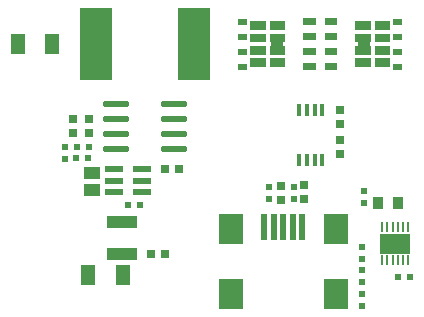
<source format=gbr>
%TF.GenerationSoftware,Altium Limited,Altium NEXUS,2.1.5 (53)*%
G04 Layer_Color=128*
%FSLAX44Y44*%
%MOMM*%
%TF.FileFunction,Paste,Bot*%
%TF.Part,Single*%
G01*
G75*
%TA.AperFunction,SMDPad,CuDef*%
%ADD18R,0.8000X0.7000*%
%ADD19R,0.6000X0.5000*%
%ADD20R,0.9000X1.0000*%
%ADD21R,0.5000X0.6000*%
%ADD24R,0.7000X0.8000*%
%ADD25R,1.4000X1.1000*%
%ADD42R,0.3556X1.0604*%
%ADD44R,0.6000X0.6000*%
%ADD46R,1.0000X1.0000*%
%ADD47R,2.7000X6.2000*%
%ADD48R,1.3000X1.8000*%
%ADD49R,2.6000X1.1000*%
%TA.AperFunction,ConnectorPad*%
%ADD50R,0.5000X2.3000*%
%ADD51R,2.0000X2.5000*%
%TA.AperFunction,SMDPad,CuDef*%
%ADD52R,0.6000X0.6000*%
%ADD53R,0.2294X0.8080*%
%ADD54R,2.5400X1.6510*%
G04:AMPARAMS|DCode=55|XSize=1.45mm|YSize=0.59mm|CornerRadius=0.0738mm|HoleSize=0mm|Usage=FLASHONLY|Rotation=0.000|XOffset=0mm|YOffset=0mm|HoleType=Round|Shape=RoundedRectangle|*
%AMROUNDEDRECTD55*
21,1,1.4500,0.4425,0,0,0.0*
21,1,1.3025,0.5900,0,0,0.0*
1,1,0.1475,0.6513,-0.2213*
1,1,0.1475,-0.6513,-0.2213*
1,1,0.1475,-0.6513,0.2213*
1,1,0.1475,0.6513,0.2213*
%
%ADD55ROUNDEDRECTD55*%
%ADD88O,2.2968X0.4968*%
G36*
X426536Y289560D02*
X418876D01*
Y294640D01*
X426536D01*
Y289560D01*
D02*
G37*
G36*
X294936D02*
X287276D01*
Y294640D01*
X294936D01*
Y289560D01*
D02*
G37*
G36*
X371396Y289290D02*
X360676D01*
Y294910D01*
X371396D01*
Y289290D01*
D02*
G37*
G36*
X353136D02*
X342416D01*
Y294910D01*
X353136D01*
Y289290D01*
D02*
G37*
G36*
X416016Y285010D02*
X403076D01*
Y292470D01*
X416016D01*
Y285010D01*
D02*
G37*
G36*
X399576D02*
X386636D01*
Y292470D01*
X399576D01*
Y285010D01*
D02*
G37*
G36*
X327176D02*
X314236D01*
Y292470D01*
X327176D01*
Y285010D01*
D02*
G37*
G36*
X310736D02*
X297796D01*
Y292470D01*
X310736D01*
Y285010D01*
D02*
G37*
G36*
X426536Y276860D02*
X418876D01*
Y281940D01*
X426536D01*
Y276860D01*
D02*
G37*
G36*
X294936D02*
X287276D01*
Y281940D01*
X294936D01*
Y276860D01*
D02*
G37*
G36*
X371396Y276590D02*
X360676D01*
Y282210D01*
X371396D01*
Y276590D01*
D02*
G37*
G36*
X353136D02*
X342416D01*
Y282210D01*
X353136D01*
Y276590D01*
D02*
G37*
G36*
X416016Y274550D02*
X403076D01*
Y282010D01*
X416016D01*
Y274550D01*
D02*
G37*
G36*
X399576D02*
X386636D01*
Y282010D01*
X399576D01*
Y274550D01*
D02*
G37*
G36*
X327176D02*
X314236D01*
Y282010D01*
X327176D01*
Y274550D01*
D02*
G37*
G36*
X310736D02*
X297796D01*
Y282010D01*
X310736D01*
Y274550D01*
D02*
G37*
G36*
X426536Y264160D02*
X418876D01*
Y269240D01*
X426536D01*
Y264160D01*
D02*
G37*
G36*
X294936D02*
X287276D01*
Y269240D01*
X294936D01*
Y264160D01*
D02*
G37*
G36*
X416016Y264090D02*
X403076D01*
Y271550D01*
X416016D01*
Y264090D01*
D02*
G37*
G36*
X399576D02*
X386636D01*
Y271550D01*
X399576D01*
Y264090D01*
D02*
G37*
G36*
X327176D02*
X314236D01*
Y271550D01*
X327176D01*
Y264090D01*
D02*
G37*
G36*
X310736D02*
X297796D01*
Y271550D01*
X310736D01*
Y264090D01*
D02*
G37*
G36*
X371396Y263890D02*
X360676D01*
Y269510D01*
X371396D01*
Y263890D01*
D02*
G37*
G36*
X353136D02*
X342416D01*
Y269510D01*
X353136D01*
Y263890D01*
D02*
G37*
G36*
X416016Y253630D02*
X403076D01*
Y261090D01*
X416016D01*
Y253630D01*
D02*
G37*
G36*
X399576D02*
X386636D01*
Y261090D01*
X399576D01*
Y253630D01*
D02*
G37*
G36*
X327176D02*
X314236D01*
Y261090D01*
X327176D01*
Y253630D01*
D02*
G37*
G36*
X310736D02*
X297796D01*
Y261090D01*
X310736D01*
Y253630D01*
D02*
G37*
G36*
X426536Y251460D02*
X418876D01*
Y256540D01*
X426536D01*
Y251460D01*
D02*
G37*
G36*
X294936D02*
X287276D01*
Y256540D01*
X294936D01*
Y251460D01*
D02*
G37*
G36*
X371396Y251190D02*
X360676D01*
Y256810D01*
X371396D01*
Y251190D01*
D02*
G37*
G36*
X353136D02*
X342416D01*
Y256810D01*
X353136D01*
Y251190D01*
D02*
G37*
G36*
X432070Y96885D02*
X421370D01*
Y111395D01*
X432070D01*
Y96885D01*
D02*
G37*
G36*
X419370D02*
X408670D01*
Y111395D01*
X419370D01*
Y96885D01*
D02*
G37*
D18*
X213710Y95758D02*
D03*
X225710D02*
D03*
X225140Y167132D02*
D03*
X237140D02*
D03*
D19*
X150702Y185928D02*
D03*
X160702D02*
D03*
X432990Y76200D02*
D03*
X422990D02*
D03*
X204136Y137160D02*
D03*
X194136D02*
D03*
D20*
X405520Y138430D02*
D03*
X422520D02*
D03*
D21*
X140716Y175594D02*
D03*
Y185594D02*
D03*
X392430Y91520D02*
D03*
Y101520D02*
D03*
X313690Y152066D02*
D03*
Y142066D02*
D03*
X334518Y151812D02*
D03*
Y141812D02*
D03*
X393700Y148510D02*
D03*
Y138510D02*
D03*
D24*
X373634Y205074D02*
D03*
Y217074D02*
D03*
Y191674D02*
D03*
Y179674D02*
D03*
X147320Y209708D02*
D03*
Y197708D02*
D03*
X161036Y209708D02*
D03*
Y197708D02*
D03*
X343408Y141574D02*
D03*
Y153574D02*
D03*
X324104Y141320D02*
D03*
Y153320D02*
D03*
D25*
X163576Y164218D02*
D03*
Y149218D02*
D03*
D42*
X358750Y217686D02*
D03*
X352247D02*
D03*
X345745D02*
D03*
X339242D02*
D03*
Y174998D02*
D03*
X345745D02*
D03*
X352247D02*
D03*
X358750D02*
D03*
D44*
X150448Y177038D02*
D03*
X160448D02*
D03*
D46*
X393606Y273050D02*
D03*
X320206D02*
D03*
D47*
X166816D02*
D03*
X249816D02*
D03*
D48*
X129816Y272796D02*
D03*
X100816D02*
D03*
X160506Y77470D02*
D03*
X189506D02*
D03*
D49*
X188976Y122720D02*
D03*
Y95720D02*
D03*
D50*
X309530Y117940D02*
D03*
X317530D02*
D03*
X325530D02*
D03*
X333530D02*
D03*
X341530D02*
D03*
D51*
X281030Y116940D02*
D03*
X370030D02*
D03*
X281030Y61940D02*
D03*
X370030D02*
D03*
D52*
X392684Y61468D02*
D03*
Y51468D02*
D03*
X392430Y81454D02*
D03*
Y71454D02*
D03*
D53*
X409120Y118086D02*
D03*
X413620D02*
D03*
X418120D02*
D03*
X422620D02*
D03*
X427120D02*
D03*
X431620D02*
D03*
X431620Y90194D02*
D03*
X427120D02*
D03*
X422620D02*
D03*
X418120D02*
D03*
X413620D02*
D03*
X409120D02*
D03*
D54*
X420370Y104140D02*
D03*
D55*
X205606Y147980D02*
D03*
Y157480D02*
D03*
Y166980D02*
D03*
X182506D02*
D03*
Y157480D02*
D03*
Y147980D02*
D03*
D88*
X232780Y221996D02*
D03*
Y209296D02*
D03*
Y196596D02*
D03*
Y183896D02*
D03*
X183780D02*
D03*
Y196596D02*
D03*
Y209296D02*
D03*
Y221996D02*
D03*
%TF.MD5,7a8adb205912c4966102055954e836ee*%
M02*

</source>
